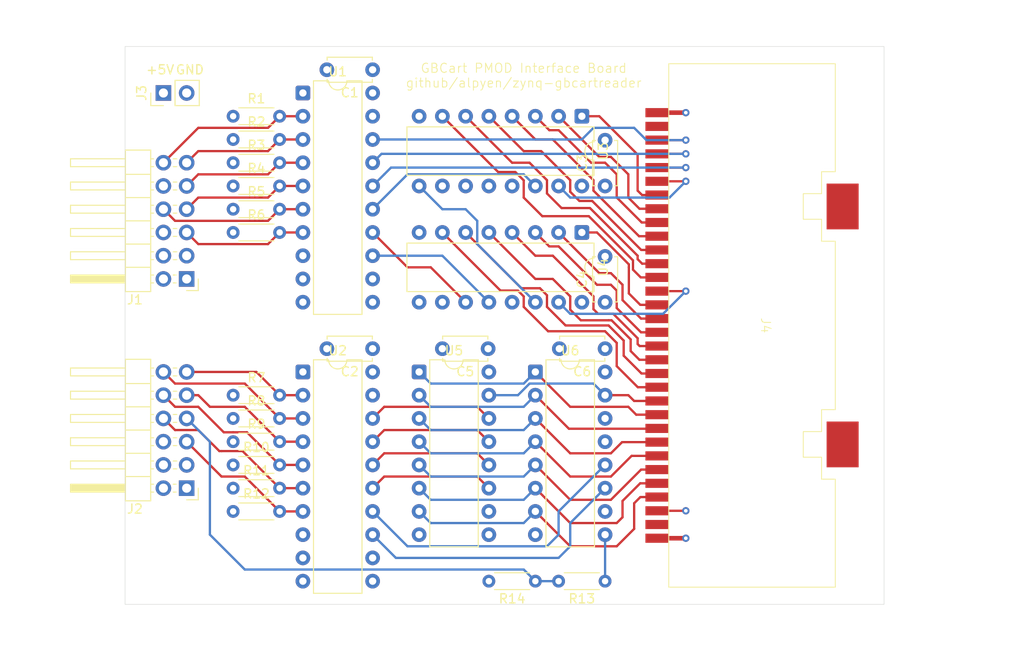
<source format=kicad_pcb>
(kicad_pcb (version 20241229) (generator "pcbnew") (generator_version "9.0")
  (title_block (title "GB Cart PMOD Interface Board"))
  (layers (0 "F.Cu" signal) (4 "In1.Cu" signal) (6 "In2.Cu" signal) (2 "B.Cu" signal) (13 "F.Paste" user) (15 "B.Paste" user) (5 "F.SilkS" user "F.Silkscreen") (7 "B.SilkS" user "B.Silkscreen") (1 "F.Mask" user) (3 "B.Mask" user) (25 "Edge.Cuts" user))
  (net 0 "")
  (net 1 "+5V")
  (net 2 "GND")
  (net 4 "~{CS}_in")
  (net 6 "ADDR_SDATA_in")
  (net 7 "ADDR_RCLK_in")
  (net 9 "~{WR}_in")
  (net 10 "~{RD}_in")
  (net 12 "ADDR_SCLK_in")
  (net 13 "DATA_IN_SCLK_in")
  (net 14 "DATA_OUT_RCLK_in")
  (net 16 "DATA_IN_SDATA_out")
  (net 17 "DATA_IN_RCLK_in")
  (net 18 "DATA_OUT_SCLK_in")
  (net 19 "DATA_OUT_OE_in")
  (net 21 "DATA_OUT_SDATA_in")
  (net 23 "/A5")
  (net 25 "/A1")
  (net 26 "/A7")
  (net 27 "/~{WR}")
  (net 28 "/A13")
  (net 29 "/~{CS}")
  (net 30 "/A11")
  (net 31 "/~{RD}")
  (net 33 "/A9")
  (net 34 "/D7")
  (net 35 "/A14")
  (net 36 "/A6")
  (net 37 "/D3")
  (net 38 "/D6")
  (net 39 "/A15")
  (net 40 "/A2")
  (net 41 "/A10")
  (net 42 "/D5")
  (net 43 "/A3")
  (net 44 "/D4")
  (net 45 "/A8")
  (net 46 "/A0")
  (net 47 "/D2")
  (net 48 "/A4")
  (net 49 "/A12")
  (net 50 "/D1")
  (net 51 "/D0")
  (net 52 "Net-(U6-Q7)")
  (net 53 "/ADDR_RCLK")
  (net 55 "/ADDR_SDATA")
  (net 57 "/ADDR_SCLK")
  (net 58 "/DATA_OUT_SDATA")
  (net 59 "/DATA_OUT_RCLK")
  (net 60 "/DATA_OUT_OE")
  (net 61 "/DATA_OUT_SCLK")
  (net 62 "/DATA_IN_SCLK")
  (net 63 "/DATA_IN_RCLK")
  (net 66 "Net-(U3-QH')")
  (footprint "Package_DIP:DIP-16_W7.62mm" (layer "F.Cu") (at 142.24 96.52)
    (property "Reference" "U5")
    (property "Value" "74HC595")
  )
  (footprint "pmod-interface-board:GBCartConnector" (layer "F.Cu") (at 178.615 91.44 -90)
    (property "Reference" "J4")
    (property "Value" "Gameboy Cart Connector" (hide yes))
  )
  (footprint "Connector_PinHeader_2.54mm:PinHeader_1x02_P2.54mm_Vertical" (layer "F.Cu") (at 114.3 66.04 90)
    (property "Reference" "J3")
    (property "Value" "~")
  )
  (footprint "Resistor_THT:R_Axial_DIN0204_L3.6mm_D1.6mm_P5.08mm_Horizontal" (layer "F.Cu") (at 121.92 104.14)
    (property "Reference" "R9")
    (property "Value" "10K")
  )
  (footprint "Resistor_THT:R_Axial_DIN0204_L3.6mm_D1.6mm_P5.08mm_Horizontal" (layer "F.Cu") (at 154.94 119.38 180)
    (property "Reference" "R14")
    (property "Value" "200R")
  )
  (footprint "Resistor_THT:R_Axial_DIN0204_L3.6mm_D1.6mm_P5.08mm_Horizontal" (layer "F.Cu") (at 121.92 101.6)
    (property "Reference" "R8")
    (property "Value" "10K")
  )
  (footprint "Capacitor_THT:C_Disc_D4.7mm_W2.5mm_P5.00mm" (layer "F.Cu") (at 137.16 63.5 180)
    (property "Reference" "C1")
    (property "Value" "100nF")
  )
  (footprint "Resistor_THT:R_Axial_DIN0204_L3.6mm_D1.6mm_P5.08mm_Horizontal" (layer "F.Cu") (at 121.92 111.76)
    (property "Reference" "R12")
    (property "Value" "10K")
  )
  (footprint "Resistor_THT:R_Axial_DIN0204_L3.6mm_D1.6mm_P5.08mm_Horizontal" (layer "F.Cu") (at 121.92 68.58)
    (property "Reference" "R1")
    (property "Value" "10K")
  )
  (footprint "Package_DIP:DIP-16_W7.62mm" (layer "F.Cu") (at 160.02 68.58 -90)
    (property "Reference" "U3")
    (property "Value" "74HC595")
  )
  (footprint "Capacitor_THT:C_Disc_D4.7mm_W2.5mm_P5.00mm" (layer "F.Cu") (at 137.16 93.98 180)
    (property "Reference" "C2")
    (property "Value" "100nF")
  )
  (footprint "Resistor_THT:R_Axial_DIN0204_L3.6mm_D1.6mm_P5.08mm_Horizontal" (layer "F.Cu") (at 121.92 76.2)
    (property "Reference" "R4")
    (property "Value" "10K")
  )
  (footprint "Package_DIP:DIP-20_W7.62mm" (layer "F.Cu") (at 129.54 66.04)
    (property "Reference" "U1")
    (property "Value" "74HCT541")
  )
  (footprint "Resistor_THT:R_Axial_DIN0204_L3.6mm_D1.6mm_P5.08mm_Horizontal" (layer "F.Cu") (at 121.92 99.06)
    (property "Reference" "R7")
    (property "Value" "10K")
  )
  (footprint "Package_DIP:DIP-16_W7.62mm" (layer "F.Cu") (at 160.02 81.28 -90)
    (property "Reference" "U4")
    (property "Value" "74HC595")
  )
  (footprint "Connector_PinHeader_2.54mm:PinHeader_2x06_P2.54mm_Horizontal" (layer "F.Cu") (at 116.84 86.36 180)
    (property "Reference" "J1")
    (property "Value" "PMOD Connector 1")
  )
  (footprint "Connector_PinHeader_2.54mm:PinHeader_2x06_P2.54mm_Horizontal" (layer "F.Cu") (at 116.84 109.22 180)
    (property "Reference" "J2")
    (property "Value" "PMOD Connector 2")
  )
  (footprint "Package_DIP:DIP-20_W7.62mm" (layer "F.Cu") (at 129.54 96.52)
    (property "Reference" "U2")
    (property "Value" "74HCT541")
  )
  (footprint "Capacitor_THT:C_Disc_D4.7mm_W2.5mm_P5.00mm" (layer "F.Cu") (at 162.56 93.98 180)
    (property "Reference" "C6")
    (property "Value" "100nF")
  )
  (footprint "Package_DIP:DIP-16_W7.62mm" (layer "F.Cu") (at 154.94 96.52)
    (property "Reference" "U6")
    (property "Value" "74HC597")
  )
  (footprint "Resistor_THT:R_Axial_DIN0204_L3.6mm_D1.6mm_P5.08mm_Horizontal" (layer "F.Cu") (at 121.92 106.68)
    (property "Reference" "R10")
    (property "Value" "10K")
  )
  (footprint "Resistor_THT:R_Axial_DIN0204_L3.6mm_D1.6mm_P5.08mm_Horizontal" (layer "F.Cu") (at 121.92 78.74)
    (property "Reference" "R5")
    (property "Value" "10K")
  )
  (footprint "Capacitor_THT:C_Disc_D4.7mm_W2.5mm_P5.00mm" (layer "F.Cu") (at 162.56 76.2 90)
    (property "Reference" "C3")
    (property "Value" "100nF")
  )
  (footprint "Resistor_THT:R_Axial_DIN0204_L3.6mm_D1.6mm_P5.08mm_Horizontal" (layer "F.Cu") (at 121.92 109.22)
    (property "Reference" "R11")
    (property "Value" "10K")
  )
  (footprint "Capacitor_THT:C_Disc_D4.7mm_W2.5mm_P5.00mm" (layer "F.Cu") (at 162.56 88.9 90)
    (property "Reference" "C4")
    (property "Value" "100nF")
  )
  (footprint "Resistor_THT:R_Axial_DIN0204_L3.6mm_D1.6mm_P5.08mm_Horizontal" (layer "F.Cu") (at 162.56 119.38 180)
    (property "Reference" "R13")
    (property "Value" "100R")
  )
  (footprint "Resistor_THT:R_Axial_DIN0204_L3.6mm_D1.6mm_P5.08mm_Horizontal" (layer "F.Cu") (at 121.92 81.28)
    (property "Reference" "R6")
    (property "Value" "10K")
  )
  (footprint "Capacitor_THT:C_Disc_D4.7mm_W2.5mm_P5.00mm" (layer "F.Cu") (at 149.78 93.98 180)
    (property "Reference" "C5")
    (property "Value" "100nF")
  )
  (footprint "Resistor_THT:R_Axial_DIN0204_L3.6mm_D1.6mm_P5.08mm_Horizontal" (layer "F.Cu") (at 121.92 73.66)
    (property "Reference" "R3")
    (property "Value" "10K")
  )
  (footprint "Resistor_THT:R_Axial_DIN0204_L3.6mm_D1.6mm_P5.08mm_Horizontal" (layer "F.Cu") (at 121.92 71.12)
    (property "Reference" "R2")
    (property "Value" "10K")
  )
  (gr_rect (start 110.109 60.96) (end 193.04 121.92) (stroke (width 0.05)) (fill no) (layer "Edge.Cuts"))
  (gr_text "+5V" (at 115.57 63.5 0) (layer "F.SilkS") (effects (font (size 1 1)) (justify right)))
  (gr_text "GBCart PMOD Interface Board\ngithub/alpyen/zynq-gbcartreader" (at 153.67 64.135 0) (layer "F.SilkS") (effects (font (size 1 1) (thickness 0.1))))
  (gr_text "GND" (at 115.57 63.5 0) (layer "F.SilkS") (effects (font (size 1 1)) (justify left)))
  (segment (start 168.215 68.19) (end 171.38 68.19) (width 0.5) (layer "F.Cu") (net 1))
  (segment (start 168.215 111.69) (end 171.38 111.69) (width 0.25) (layer "F.Cu") (net 1))
  (via (at 171.38 68.19) (size 0.8) (drill 0.4) (layers "F.Cu" "B.Cu") (net 1))
  (via (at 171.38 111.69) (size 0.8) (drill 0.4) (layers "F.Cu" "B.Cu") (net 1))
  (segment (start 168.215 114.69) (end 171.38 114.69) (width 0.5) (layer "F.Cu") (net 2))
  (via (at 171.38 114.69) (size 0.8) (drill 0.4) (layers "F.Cu" "B.Cu") (net 2))
  (segment (start 118.11 74.93) (end 125.73 74.93) (width 0.25) (layer "F.Cu") (net 4))
  (segment (start 127 73.66) (end 129.54 73.66) (width 0.25) (layer "F.Cu") (net 4))
  (segment (start 116.84 76.2) (end 118.11 74.93) (width 0.25) (layer "F.Cu") (net 4))
  (segment (start 125.73 74.93) (end 127 73.66) (width 0.25) (layer "F.Cu") (net 4))
  (segment (start 118.11 77.47) (end 125.73 77.47) (width 0.25) (layer "F.Cu") (net 6))
  (segment (start 116.84 78.74) (end 118.11 77.47) (width 0.25) (layer "F.Cu") (net 6))
  (segment (start 125.73 77.47) (end 127 76.2) (width 0.25) (layer "F.Cu") (net 6))
  (segment (start 127 76.2) (end 129.54 76.2) (width 0.25) (layer "F.Cu") (net 6))
  (segment (start 116.84 81.28) (end 118.11 82.55) (width 0.25) (layer "F.Cu") (net 7))
  (segment (start 127 81.28) (end 129.54 81.28) (width 0.25) (layer "F.Cu") (net 7))
  (segment (start 125.73 82.55) (end 127 81.28) (width 0.25) (layer "F.Cu") (net 7))
  (segment (start 118.11 82.55) (end 125.73 82.55) (width 0.25) (layer "F.Cu") (net 7))
  (segment (start 114.3 73.66) (end 118.11 69.85) (width 0.25) (layer "F.Cu") (net 9))
  (segment (start 127 68.58) (end 129.54 68.58) (width 0.25) (layer "F.Cu") (net 9))
  (segment (start 118.11 69.85) (end 125.73 69.85) (width 0.25) (layer "F.Cu") (net 9))
  (segment (start 125.73 69.85) (end 127 68.58) (width 0.25) (layer "F.Cu") (net 9))
  (segment (start 118.11 72.39) (end 125.73 72.39) (width 0.25) (layer "F.Cu") (net 10))
  (segment (start 116.84 73.66) (end 118.11 72.39) (width 0.25) (layer "F.Cu") (net 10))
  (segment (start 127 71.12) (end 129.54 71.12) (width 0.25) (layer "F.Cu") (net 10))
  (segment (start 125.73 72.39) (end 127 71.12) (width 0.25) (layer "F.Cu") (net 10))
  (segment (start 127 78.74) (end 129.54 78.74) (width 0.25) (layer "F.Cu") (net 12))
  (segment (start 125.73 80.01) (end 127 78.74) (width 0.25) (layer "F.Cu") (net 12))
  (segment (start 114.3 78.74) (end 115.57 80.01) (width 0.25) (layer "F.Cu") (net 12))
  (segment (start 115.57 80.01) (end 125.73 80.01) (width 0.25) (layer "F.Cu") (net 12))
  (segment (start 116.84 104.14) (end 120.65 107.95) (width 0.25) (layer "F.Cu") (net 13))
  (segment (start 127 111.76) (end 123.19 107.95) (width 0.25) (layer "F.Cu") (net 13))
  (segment (start 127 111.76) (end 129.54 111.76) (width 0.25) (layer "F.Cu") (net 13))
  (segment (start 120.65 107.95) (end 123.19 107.95) (width 0.25) (layer "F.Cu") (net 13))
  (segment (start 116.84 99.06) (end 118.11 99.06) (width 0.25) (layer "F.Cu") (net 14))
  (segment (start 119.38 100.33) (end 123.19 100.33) (width 0.25) (layer "F.Cu") (net 14))
  (segment (start 127 104.14) (end 129.54 104.14) (width 0.25) (layer "F.Cu") (net 14))
  (segment (start 123.19 100.33) (end 127 104.14) (width 0.25) (layer "F.Cu") (net 14))
  (segment (start 118.11 99.06) (end 119.38 100.33) (width 0.25) (layer "F.Cu") (net 14))
  (segment (start 116.84 101.6) (end 119.38 104.14) (width 0.25) (layer "B.Cu") (net 16))
  (segment (start 157.48 119.38) (end 154.94 119.38) (width 0.25) (layer "B.Cu") (net 16))
  (segment (start 153.67 118.11) (end 154.94 119.38) (width 0.25) (layer "B.Cu") (net 16))
  (segment (start 123.19 118.11) (end 153.67 118.11) (width 0.25) (layer "B.Cu") (net 16))
  (segment (start 119.38 114.3) (end 123.19 118.11) (width 0.25) (layer "B.Cu") (net 16))
  (segment (start 119.38 104.14) (end 119.38 114.3) (width 0.25) (layer "B.Cu") (net 16))
  (segment (start 122.946 105.166) (end 120.65 105.166) (width 0.25) (layer "F.Cu") (net 17))
  (segment (start 127 109.22) (end 129.54 109.22) (width 0.25) (layer "F.Cu") (net 17))
  (segment (start 114.3 101.6) (end 115.57 102.87) (width 0.25) (layer "F.Cu") (net 17))
  (segment (start 115.57 102.87) (end 118.11 102.87) (width 0.25) (layer "F.Cu") (net 17))
  (segment (start 120.406 105.166) (end 120.65 105.166) (width 0.25) (layer "F.Cu") (net 17))
  (segment (start 127 109.22) (end 122.946 105.166) (width 0.25) (layer "F.Cu") (net 17))
  (segment (start 118.11 102.87) (end 120.406 105.166) (width 0.25) (layer "F.Cu") (net 17))
  (segment (start 120.894 103.114) (end 121.92 103.114) (width 0.25) (layer "F.Cu") (net 18))
  (segment (start 114.3 99.06) (end 115.57 100.33) (width 0.25) (layer "F.Cu") (net 18))
  (segment (start 123.434 103.114) (end 121.92 103.114) (width 0.25) (layer "F.Cu") (net 18))
  (segment (start 127 106.68) (end 129.54 106.68) (width 0.25) (layer "F.Cu") (net 18))
  (segment (start 118.11 100.33) (end 120.894 103.114) (width 0.25) (layer "F.Cu") (net 18))
  (segment (start 115.57 100.33) (end 118.11 100.33) (width 0.25) (layer "F.Cu") (net 18))
  (segment (start 127 106.68) (end 123.434 103.114) (width 0.25) (layer "F.Cu") (net 18))
  (segment (start 114.3 96.52) (end 115.57 97.79) (width 0.25) (layer "F.Cu") (net 19))
  (segment (start 127 101.6) (end 123.19 97.79) (width 0.25) (layer "F.Cu") (net 19))
  (segment (start 127 101.6) (end 129.54 101.6) (width 0.25) (layer "F.Cu") (net 19))
  (segment (start 115.57 97.79) (end 123.19 97.79) (width 0.25) (layer "F.Cu") (net 19))
  (segment (start 127 99.06) (end 124.46 96.52) (width 0.25) (layer "F.Cu") (net 21))
  (segment (start 127 99.06) (end 129.54 99.06) (width 0.25) (layer "F.Cu") (net 21))
  (segment (start 116.84 96.52) (end 124.46 96.52) (width 0.25) (layer "F.Cu") (net 21))
  (segment (start 166.502 83.19) (end 161.15 77.838) (width 0.25) (layer "F.Cu") (net 23))
  (segment (start 158.75 76.835) (end 158.75 75.565) (width 0.25) (layer "F.Cu") (net 23))
  (segment (start 149.86 68.58) (end 149.86281 68.58) (width 0.25) (layer "F.Cu") (net 23))
  (segment (start 155.575 72.39) (end 153.67 72.39) (width 0.25) (layer "F.Cu") (net 23))
  (segment (start 159.753 77.838) (end 158.75 76.835) (width 0.25) (layer "F.Cu") (net 23))
  (segment (start 168.215 83.19) (end 166.502 83.19) (width 0.25) (layer "F.Cu") (net 23))
  (segment (start 158.75 75.565) (end 155.575 72.39) (width 0.25) (layer "F.Cu") (net 23))
  (segment (start 153.67 72.39) (end 149.86 68.58) (width 0.25) (layer "F.Cu") (net 23))
  (segment (start 161.15 77.838) (end 159.753 77.838) (width 0.25) (layer "F.Cu") (net 23))
  (segment (start 160.02 68.58) (end 161.925 68.58) (width 0.25) (layer "F.Cu") (net 25))
  (segment (start 166.598 77.19) (end 168.215 77.19) (width 0.25) (layer "F.Cu") (net 25))
  (segment (start 166.116 76.708) (end 166.598 77.19) (width 0.25) (layer "F.Cu") (net 25))
  (segment (start 166.116 72.771) (end 166.116 76.708) (width 0.25) (layer "F.Cu") (net 25))
  (segment (start 161.925 68.58) (end 166.116 72.771) (width 0.25) (layer "F.Cu") (net 25))
  (segment (start 144.78 68.58) (end 150.876 74.676) (width 0.25) (layer "F.Cu") (net 26))
  (segment (start 160.782 79.502) (end 165.608 84.328) (width 0.25) (layer "F.Cu") (net 26))
  (segment (start 165.608 85.344) (end 166.454 86.19) (width 0.25) (layer "F.Cu") (net 26))
  (segment (start 150.876 74.676) (end 152.756405 74.676) (width 0.25) (layer "F.Cu") (net 26))
  (segment (start 152.756405 74.676) (end 153.67 75.589595) (width 0.25) (layer "F.Cu") (net 26))
  (segment (start 155.702 79.502) (end 160.782 79.502) (width 0.25) (layer "F.Cu") (net 26))
  (segment (start 153.67 75.589595) (end 153.67 77.47) (width 0.25) (layer "F.Cu") (net 26))
  (segment (start 153.67 77.47) (end 155.702 79.502) (width 0.25) (layer "F.Cu") (net 26))
  (segment (start 166.454 86.19) (end 168.215 86.19) (width 0.25) (layer "F.Cu") (net 26))
  (segment (start 165.608 84.328) (end 165.608 85.344) (width 0.25) (layer "F.Cu") (net 26))
  (segment (start 168.215 71.19) (end 171.38 71.19) (width 0.25) (layer "F.Cu") (net 27))
  (via (at 171.38 71.19) (size 0.8) (drill 0.4) (layers "F.Cu" "B.Cu") (net 27))
  (segment (start 161.29 69.85) (end 160.02 71.12) (width 0.25) (layer "B.Cu") (net 27))
  (segment (start 167.075 71.19) (end 165.735 69.85) (width 0.25) (layer "B.Cu") (net 27))
  (segment (start 165.735 69.85) (end 161.29 69.85) (width 0.25) (layer "B.Cu") (net 27))
  (segment (start 171.38 71.19) (end 167.075 71.19) (width 0.25) (layer "B.Cu") (net 27))
  (segment (start 160.02 71.12) (end 137.16 71.12) (width 0.25) (layer "B.Cu") (net 27))
  (segment (start 158.75 88.265) (end 156.845 86.36) (width 0.25) (layer "F.Cu") (net 28))
  (segment (start 163.265 90.875) (end 162.941 90.875) (width 0.25) (layer "F.Cu") (net 28))
  (segment (start 162.941 90.875) (end 159.906 90.875) (width 0.25) (layer "F.Cu") (net 28))
  (segment (start 158.75 89.719) (end 158.75 88.265) (width 0.25) (layer "F.Cu") (net 28))
  (segment (start 168.215 95.19) (end 166.31 95.19) (width 0.25) (layer "F.Cu") (net 28))
  (segment (start 159.906 90.875) (end 158.75 89.719) (width 0.25) (layer "F.Cu") (net 28))
  (segment (start 154.94 86.36) (end 149.86 81.28) (width 0.25) (layer "F.Cu") (net 28))
  (segment (start 166.31 95.19) (end 165.354 94.234) (width 0.25) (layer "F.Cu") (net 28))
  (segment (start 165.354 92.964) (end 163.265 90.875) (width 0.25) (layer "F.Cu") (net 28))
  (segment (start 156.845 86.36) (end 154.94 86.36) (width 0.25) (layer "F.Cu") (net 28))
  (segment (start 165.354 94.234) (end 165.354 92.964) (width 0.25) (layer "F.Cu") (net 28))
  (segment (start 168.215 74.19) (end 171.38 74.19) (width 0.25) (layer "F.Cu") (net 29))
  (via (at 171.38 74.19) (size 0.8) (drill 0.4) (layers "F.Cu" "B.Cu") (net 29))
  (segment (start 137.16 76.2) (end 138.43 74.93) (width 0.25) (layer "B.Cu") (net 29))
  (segment (start 171.38 74.19) (end 139.17 74.19) (width 0.25) (layer "B.Cu") (net 29))
  (segment (start 139.17 74.19) (end 138.43 74.93) (width 0.25) (layer "B.Cu") (net 29))
  (segment (start 163.195 86.995) (end 163.83 87.63) (width 0.25) (layer "F.Cu") (net 30))
  (segment (start 163.83 87.63) (end 163.83 89.535) (width 0.25) (layer "F.Cu") (net 30))
  (segment (start 154.94 81.28) (end 156.464 82.804) (width 0.25) (layer "F.Cu") (net 30))
  (segment (start 166.485 92.19) (end 168.215 92.19) (width 0.25) (layer "F.Cu") (net 30))
  (segment (start 157.48 82.804) (end 161.671 86.995) (width 0.25) (layer "F.Cu") (net 30))
  (segment (start 163.83 89.535) (end 166.485 92.19) (width 0.25) (layer "F.Cu") (net 30))
  (segment (start 156.464 82.804) (end 157.48 82.804) (width 0.25) (layer "F.Cu") (net 30))
  (segment (start 161.671 86.995) (end 163.195 86.995) (width 0.25) (layer "F.Cu") (net 30))
  (segment (start 168.215 72.69) (end 171.38 72.69) (width 0.25) (layer "F.Cu") (net 31))
  (via (at 171.38 72.69) (size 0.8) (drill 0.4) (layers "F.Cu" "B.Cu") (net 31))
  (segment (start 137.16 73.66) (end 138.13 72.69) (width 0.25) (layer "B.Cu") (net 31))
  (segment (start 171.38 72.69) (end 138.13 72.69) (width 0.25) (layer "B.Cu") (net 31))
  (segment (start 165.157 87.941) (end 166.406 89.19) (width 0.25) (layer "F.Cu") (net 33))
  (segment (start 166.406 89.19) (end 168.215 89.19) (width 0.25) (layer "F.Cu") (net 33))
  (segment (start 165.157 84.766) (end 165.157 85.09) (width 0.25) (layer "F.Cu") (net 33))
  (segment (start 160.02 81.28) (end 161.671 81.28) (width 0.25) (layer "F.Cu") (net 33))
  (segment (start 161.671 81.28) (end 165.157 84.766) (width 0.25) (layer "F.Cu") (net 33))
  (segment (start 165.157 85.09) (end 165.157 87.941) (width 0.25) (layer "F.Cu") (net 33))
  (segment (start 168.215 110.19) (end 166.416 110.19) (width 0.25) (layer "F.Cu") (net 34))
  (segment (start 165.735 110.871) (end 165.735 113.665) (width 0.25) (layer "F.Cu") (net 34))
  (segment (start 163.83 115.57) (end 158.75 115.57) (width 0.25) (layer "F.Cu") (net 34))
  (segment (start 166.416 110.19) (end 165.735 110.871) (width 0.25) (layer "F.Cu") (net 34))
  (segment (start 158.75 115.57) (end 154.94 111.76) (width 0.25) (layer "F.Cu") (net 34))
  (segment (start 165.735 113.665) (end 163.83 115.57) (width 0.25) (layer "F.Cu") (net 34))
  (segment (start 153.67 113.03) (end 154.94 111.76) (width 0.25) (layer "B.Cu") (net 34))
  (segment (start 143.51 113.03) (end 153.67 113.03) (width 0.25) (layer "B.Cu") (net 34))
  (segment (start 142.24 111.76) (end 143.51 113.03) (width 0.25) (layer "B.Cu") (net 34))
  (segment (start 158.242 91.44) (end 162.941 91.44) (width 0.25) (layer "F.Cu") (net 35))
  (segment (start 155.448 87.376) (end 156.21 88.138) (width 0.25) (layer "F.Cu") (net 35))
  (segment (start 162.941 91.44) (end 164.592 93.091) (width 0.25) (layer "F.Cu") (net 35))
  (segment (start 164.592 94.742) (end 166.54 96.69) (width 0.25) (layer "F.Cu") (net 35))
  (segment (start 164.592 93.091) (end 164.592 94.742) (width 0.25) (layer "F.Cu") (net 35))
  (segment (start 153.416 87.376) (end 155.448 87.376) (width 0.25) (layer "F.Cu") (net 35))
  (segment (start 156.21 89.408) (end 158.242 91.44) (width 0.25) (layer "F.Cu") (net 35))
  (segment (start 156.21 88.138) (end 156.21 89.408) (width 0.25) (layer "F.Cu") (net 35))
  (segment (start 166.54 96.69) (end 168.215 96.69) (width 0.25) (layer "F.Cu") (net 35))
  (segment (start 147.32 81.28) (end 153.416 87.376) (width 0.25) (layer "F.Cu") (net 35))
  (segment (start 154.305 73.66) (end 156.21 75.565) (width 0.25) (layer "F.Cu") (net 36))
  (segment (start 156.21 77.019) (end 157.804 78.613) (width 0.25) (layer "F.Cu") (net 36))
  (segment (start 152.4 73.66) (end 154.305 73.66) (width 0.25) (layer "F.Cu") (net 36))
  (segment (start 157.804 78.613) (end 160.909 78.613) (width 0.25) (layer "F.Cu") (net 36))
  (segment (start 166.116 83.82) (end 166.116 84.19819) (width 0.25) (layer "F.Cu") (net 36))
  (segment (start 156.21 75.565) (end 156.21 77.019) (width 0.25) (layer "F.Cu") (net 36))
  (segment (start 160.909 78.613) (end 166.116 83.82) (width 0.25) (layer "F.Cu") (net 36))
  (segment (start 166.60781 84.69) (end 168.215 84.69) (width 0.25) (layer "F.Cu") (net 36))
  (segment (start 166.116 84.19819) (end 166.60781 84.69) (width 0.25) (layer "F.Cu") (net 36))
  (segment (start 147.32 68.58) (end 152.4 73.66) (width 0.25) (layer "F.Cu") (net 36))
  (segment (start 158.75 105.41) (end 163.195 105.41) (width 0.25) (layer "F.Cu") (net 37))
  (segment (start 163.195 105.41) (end 164.415 104.19) (width 0.25) (layer "F.Cu") (net 37))
  (segment (start 164.415 104.19) (end 168.215 104.19) (width 0.25) (layer "F.Cu") (net 37))
  (segment (start 158.75 105.41) (end 154.94 101.6) (width 0.25) (layer "F.Cu") (net 37))
  (segment (start 142.24 101.6) (end 143.51 102.87) (width 0.25) (layer "B.Cu") (net 37))
  (segment (start 143.51 102.87) (end 153.67 102.87) (width 0.25) (layer "B.Cu") (net 37))
  (segment (start 153.67 102.87) (end 154.94 101.6) (width 0.25) (layer "B.Cu") (net 37))
  (segment (start 164.465 112.395) (end 163.83 113.03) (width 0.25) (layer "F.Cu") (net 38))
  (segment (start 168.215 108.69) (end 166.392 108.69) (width 0.25) (layer "F.Cu") (net 38))
  (segment (start 166.392 108.69) (end 164.465 110.617) (width 0.25) (layer "F.Cu") (net 38))
  (segment (start 158.75 113.03) (end 154.94 109.22) (width 0.25) (layer "F.Cu") (net 38))
  (segment (start 163.83 113.03) (end 158.75 113.03) (width 0.25) (layer "F.Cu") (net 38))
  (segment (start 164.465 110.617) (end 164.465 112.395) (width 0.25) (layer "F.Cu") (net 38))
  (segment (start 142.24 109.22) (end 143.51 110.49) (width 0.25) (layer "B.Cu") (net 38))
  (segment (start 143.51 110.49) (end 153.67 110.49) (width 0.25) (layer "B.Cu") (net 38))
  (segment (start 153.67 110.49) (end 154.94 109.22) (width 0.25) (layer "B.Cu") (net 38))
  (segment (start 166.135 98.19) (end 163.83 95.885) (width 0.25) (layer "F.Cu") (net 39))
  (segment (start 153.67 88.26781) (end 153.033595 87.631405) (width 0.25) (layer "F.Cu") (net 39))
  (segment (start 153.033595 87.631405) (end 151.131405 87.631405) (width 0.25) (layer "F.Cu") (net 39))
  (segment (start 156.337 92.075) (end 153.67 89.408) (width 0.25) (layer "F.Cu") (net 39))
  (segment (start 153.67 89.408) (end 153.67 88.26781) (width 0.25) (layer "F.Cu") (net 39))
  (segment (start 163.83 95.885) (end 163.83 93.345) (width 0.25) (layer "F.Cu") (net 39))
  (segment (start 151.131405 87.631405) (end 144.78 81.28) (width 0.25) (layer "F.Cu") (net 39))
  (segment (start 162.56 92.075) (end 156.337 92.075) (width 0.25) (layer "F.Cu") (net 39))
  (segment (start 163.83 93.345) (end 162.56 92.075) (width 0.25) (layer "F.Cu") (net 39))
  (segment (start 168.215 98.19) (end 166.135 98.19) (width 0.25) (layer "F.Cu") (net 39))
  (segment (start 166.32 78.69) (end 168.215 78.69) (width 0.25) (layer "F.Cu") (net 40))
  (segment (start 157.48 68.58) (end 161.925 73.025) (width 0.25) (layer "F.Cu") (net 40))
  (segment (start 163.195 73.025) (end 165.1 74.93) (width 0.25) (layer "F.Cu") (net 40))
  (segment (start 165.1 77.47) (end 166.32 78.69) (width 0.25) (layer "F.Cu") (net 40))
  (segment (start 165.1 74.93) (end 165.1 77.47) (width 0.25) (layer "F.Cu") (net 40))
  (segment (start 161.925 73.025) (end 163.195 73.025) (width 0.25) (layer "F.Cu") (net 40))
  (segment (start 164.465 86.995) (end 164.465 88.67) (width 0.25) (layer "F.Cu") (net 41))
  (segment (start 164.465 88.67) (end 166.485 90.69) (width 0.25) (layer "F.Cu") (net 41))
  (segment (start 166.485 90.69) (end 168.215 90.69) (width 0.25) (layer "F.Cu") (net 41))
  (segment (start 157.48 81.28) (end 161.925 85.725) (width 0.25) (layer "F.Cu") (net 41))
  (segment (start 163.195 85.725) (end 164.465 86.995) (width 0.25) (layer "F.Cu") (net 41))
  (segment (start 161.925 85.725) (end 163.195 85.725) (width 0.25) (layer "F.Cu") (net 41))
  (segment (start 154.94 106.68) (end 158.75 110.49) (width 0.25) (layer "F.Cu") (net 42))
  (segment (start 166.495 107.19) (end 168.215 107.19) (width 0.25) (layer "F.Cu") (net 42))
  (segment (start 158.75 110.49) (end 163.195 110.49) (width 0.25) (layer "F.Cu") (net 42))
  (segment (start 163.195 110.49) (end 166.495 107.19) (width 0.25) (layer "F.Cu") (net 42))
  (segment (start 153.67 107.95) (end 154.94 106.68) (width 0.25) (layer "B.Cu") (net 42))
  (segment (start 142.24 106.68) (end 143.51 107.95) (width 0.25) (layer "B.Cu") (net 42))
  (segment (start 143.51 107.95) (end 153.67 107.95) (width 0.25) (layer "B.Cu") (net 42))
  (segment (start 162.56 73.66) (end 163.83 74.93) (width 0.25) (layer "F.Cu") (net 43))
  (segment (start 166.56124 80.19) (end 168.215 80.19) (width 0.25) (layer "F.Cu") (net 43))
  (segment (start 163.83 74.93) (end 163.83 77.45876) (width 0.25) (layer "F.Cu") (net 43))
  (segment (start 157.48 70.104) (end 161.036 73.66) (width 0.25) (layer "F.Cu") (net 43))
  (segment (start 163.83 77.45876) (end 166.56124 80.19) (width 0.25) (layer "F.Cu") (net 43))
  (segment (start 156.464 70.104) (end 157.48 70.104) (width 0.25) (layer "F.Cu") (net 43))
  (segment (start 154.94 68.58) (end 156.464 70.104) (width 0.25) (layer "F.Cu") (net 43))
  (segment (start 161.036 73.66) (end 162.56 73.66) (width 0.25) (layer "F.Cu") (net 43))
  (segment (start 163.195 107.95) (end 165.455 105.69) (width 0.25) (layer "F.Cu") (net 44))
  (segment (start 154.94 104.14) (end 158.75 107.95) (width 0.25) (layer "F.Cu") (net 44))
  (segment (start 165.455 105.69) (end 168.215 105.69) (width 0.25) (layer "F.Cu") (net 44))
  (segment (start 158.75 107.95) (end 163.195 107.95) (width 0.25) (layer "F.Cu") (net 44))
  (segment (start 143.51 105.41) (end 153.67 105.41) (width 0.25) (layer "B.Cu") (net 44))
  (segment (start 142.24 104.14) (end 143.51 105.41) (width 0.25) (layer "B.Cu") (net 44))
  (segment (start 153.67 105.41) (end 154.94 104.14) (width 0.25) (layer "B.Cu") (net 44))
  (segment (start 168.215 87.69) (end 171.38 87.69) (width 0.25) (layer "F.Cu") (net 45))
  (via (at 171.38 87.69) (size 0.8) (drill 0.4) (layers "F.Cu" "B.Cu") (net 45))
  (segment (start 168.9 90.17) (end 171.38 87.69) (width 0.25) (layer "B.Cu") (net 45))
  (segment (start 157.48 88.9) (end 158.75 90.17) (width 0.25) (layer "B.Cu") (net 45))
  (segment (start 158.75 90.17) (end 168.9 90.17) (width 0.25) (layer "B.Cu") (net 45))
  (segment (start 168.215 75.69) (end 171.38 75.69) (width 0.25) (layer "F.Cu") (net 46))
  (via (at 171.38 75.69) (size 0.8) (drill 0.4) (layers "F.Cu" "B.Cu") (net 46))
  (segment (start 157.48 76.2) (end 158.75 77.47) (width 0.25) (layer "B.Cu") (net 46))
  (segment (start 169.6 77.47) (end 171.38 75.69) (width 0.25) (layer "B.Cu") (net 46))
  (segment (start 158.75 77.47) (end 169.6 77.47) (width 0.25) (layer "B.Cu") (net 46))
  (segment (start 158.606 102.726) (end 154.94 99.06) (width 0.25) (layer "F.Cu") (net 47))
  (segment (start 168.215 102.69) (end 168.179 102.726) (width 0.25) (layer "F.Cu") (net 47))
  (segment (start 168.179 102.726) (end 158.606 102.726) (width 0.25) (layer "F.Cu") (net 47))
  (segment (start 153.67 100.33) (end 154.94 99.06) (width 0.25) (layer "B.Cu") (net 47))
  (segment (start 142.24 99.06) (end 143.51 100.33) (width 0.25) (layer "B.Cu") (net 47))
  (segment (start 143.51 100.33) (end 153.67 100.33) (width 0.25) (layer "B.Cu") (net 47))
  (segment (start 161.29 76.708) (end 166.272 81.69) (width 0.25) (layer "F.Cu") (net 48))
  (segment (start 152.4 68.58) (end 154.94 71.12) (width 0.25) (layer "F.Cu") (net 48))
  (segment (start 166.272 81.69) (end 168.215 81.69) (width 0.25) (layer "F.Cu") (net 48))
  (segment (start 156.845 71.12) (end 161.29 75.565) (width 0.25) (layer "F.Cu") (net 48))
  (segment (start 153.059595 68.58) (end 152.4 68.58) (width 0.25) (layer "F.Cu") (net 48))
  (segment (start 154.94 71.12) (end 156.845 71.12) (width 0.25) (layer "F.Cu") (net 48))
  (segment (start 161.29 75.565) (end 161.29 76.708) (width 0.25) (layer "F.Cu") (net 48))
  (segment (start 161.798 90.17) (end 163.068 90.17) (width 0.25) (layer "F.Cu") (net 49))
  (segment (start 163.449 90.17) (end 163.068 90.17) (width 0.25) (layer "F.Cu") (net 49))
  (segment (start 168.215 93.69) (end 166.334 93.69) (width 0.25) (layer "F.Cu") (net 49))
  (segment (start 161.29 89.662) (end 161.798 90.17) (width 0.25) (layer "F.Cu") (net 49))
  (segment (start 166.116 93.472) (end 166.116 92.837) (width 0.25) (layer "F.Cu") (net 49))
  (segment (start 154.94 83.82) (end 156.845 83.82) (width 0.25) (layer "F.Cu") (net 49))
  (segment (start 156.845 83.82) (end 161.29 88.265) (width 0.25) (layer "F.Cu") (net 49))
  (segment (start 152.4 81.28) (end 154.94 83.82) (width 0.25) (layer "F.Cu") (net 49))
  (segment (start 166.116 92.837) (end 163.449 90.17) (width 0.25) (layer "F.Cu") (net 49))
  (segment (start 166.334 93.69) (end 166.116 93.472) (width 0.25) (layer "F.Cu") (net 49))
  (segment (start 161.29 88.265) (end 161.29 89.662) (width 0.25) (layer "F.Cu") (net 49))
  (segment (start 158.75 100.33) (end 154.94 96.52) (width 0.25) (layer "F.Cu") (net 50))
  (segment (start 165.96 101.19) (end 165.1 100.33) (width 0.25) (layer "F.Cu") (net 50))
  (segment (start 165.1 100.33) (end 158.75 100.33) (width 0.25) (layer "F.Cu") (net 50))
  (segment (start 168.215 101.19) (end 165.96 101.19) (width 0.25) (layer "F.Cu") (net 50))
  (segment (start 143.51 97.79) (end 153.67 97.79) (width 0.25) (layer "B.Cu") (net 50))
  (segment (start 153.67 97.79) (end 154.94 96.52) (width 0.25) (layer "B.Cu") (net 50))
  (segment (start 142.24 96.52) (end 143.51 97.79) (width 0.25) (layer "B.Cu") (net 50))
  (segment (start 168.215 99.69) (end 165.73 99.69) (width 0.25) (layer "F.Cu") (net 51))
  (segment (start 165.73 99.69) (end 165.1 99.06) (width 0.25) (layer "F.Cu") (net 51))
  (segment (start 165.1 99.06) (end 162.56 99.06) (width 0.25) (layer "F.Cu") (net 51))
  (segment (start 154.30781 97.79) (end 161.29 97.79) (width 0.25) (layer "B.Cu") (net 51))
  (segment (start 149.86 99.06) (end 153.03781 99.06) (width 0.25) (layer "B.Cu") (net 51))
  (segment (start 153.03781 99.06) (end 154.30781 97.79) (width 0.25) (layer "B.Cu") (net 51))
  (segment (start 161.29 97.79) (end 162.56 99.06) (width 0.25) (layer "B.Cu") (net 51))
  (segment (start 162.56 114.3) (end 162.56 119.38) (width 0.25) (layer "B.Cu") (net 52))
  (segment (start 144.78 83.82) (end 149.86 88.9) (width 0.25) (layer "B.Cu") (net 53))
  (segment (start 137.16 83.82) (end 144.78 83.82) (width 0.25) (layer "B.Cu") (net 53))
  (segment (start 137.16 78.74) (end 140.97 74.93) (width 0.25) (layer "B.Cu") (net 55))
  (segment (start 140.97 74.93) (end 153.67 74.93) (width 0.25) (layer "B.Cu") (net 55))
  (segment (start 153.67 74.93) (end 154.94 76.2) (width 0.25) (layer "B.Cu") (net 55))
  (segment (start 143.51 85.09) (end 147.32 88.9) (width 0.25) (layer "F.Cu") (net 57))
  (segment (start 140.97 85.09) (end 143.51 85.09) (width 0.25) (layer "F.Cu") (net 57))
  (segment (start 137.16 81.28) (end 140.97 85.09) (width 0.25) (layer "F.Cu") (net 57))
  (segment (start 148.59 100.33) (end 138.43 100.33) (width 0.25) (layer "F.Cu") (net 58))
  (segment (start 138.43 100.33) (end 137.16 101.6) (width 0.25) (layer "F.Cu") (net 58))
  (segment (start 149.86 101.6) (end 148.59 100.33) (width 0.25) (layer "F.Cu") (net 58))
  (segment (start 148.59 105.41) (end 149.86 106.68) (width 0.25) (layer "F.Cu") (net 59))
  (segment (start 138.43 105.41) (end 148.59 105.41) (width 0.25) (layer "F.Cu") (net 59))
  (segment (start 137.16 106.68) (end 138.43 105.41) (width 0.25) (layer "F.Cu") (net 59))
  (segment (start 148.59 102.87) (end 149.86 104.14) (width 0.25) (layer "F.Cu") (net 60))
  (segment (start 137.16 104.14) (end 138.43 102.87) (width 0.25) (layer "F.Cu") (net 60))
  (segment (start 138.43 102.87) (end 148.59 102.87) (width 0.25) (layer "F.Cu") (net 60))
  (segment (start 137.16 109.22) (end 138.43 107.95) (width 0.25) (layer "F.Cu") (net 61))
  (segment (start 138.43 107.95) (end 148.59 107.95) (width 0.25) (layer "F.Cu") (net 61))
  (segment (start 148.59 107.95) (end 149.86 109.22) (width 0.25) (layer "F.Cu") (net 61))
  (segment (start 158.75 113.03) (end 162.56 109.22) (width 0.25) (layer "B.Cu") (net 62))
  (segment (start 158.75 115.57) (end 158.75 113.03) (width 0.25) (layer "B.Cu") (net 62))
  (segment (start 139.7 116.84) (end 157.48 116.84) (width 0.25) (layer "B.Cu") (net 62))
  (segment (start 157.48 116.84) (end 158.75 115.57) (width 0.25) (layer "B.Cu") (net 62))
  (segment (start 137.16 114.3) (end 139.7 116.84) (width 0.25) (layer "B.Cu") (net 62))
  (segment (start 156.21 115.57) (end 157.48 114.3) (width 0.25) (layer "B.Cu") (net 63))
  (segment (start 148.59 115.57) (end 156.21 115.57) (width 0.25) (layer "B.Cu") (net 63))
  (segment (start 137.16 111.76) (end 140.97 115.57) (width 0.25) (layer "B.Cu") (net 63))
  (segment (start 140.97 115.57) (end 148.59 115.57) (width 0.25) (layer "B.Cu") (net 63))
  (segment (start 157.48 114.3) (end 157.48 111.76) (width 0.25) (layer "B.Cu") (net 63))
  (segment (start 162.56 106.68) (end 157.48 111.76) (width 0.25) (layer "B.Cu") (net 63))
  (segment (start 142.24 76.2) (end 144.78 78.74) (width 0.25) (layer "B.Cu") (net 66))
  (segment (start 144.78 78.74) (end 147.32 78.74) (width 0.25) (layer "B.Cu") (net 66))
  (segment (start 148.59 80.01) (end 148.59 82.55) (width 0.25) (layer "B.Cu") (net 66))
  (segment (start 147.32 78.74) (end 148.59 80.01) (width 0.25) (layer "B.Cu") (net 66))
  (segment (start 148.59 82.55) (end 154.94 88.9) (width 0.25) (layer "B.Cu") (net 66))
)
</source>
